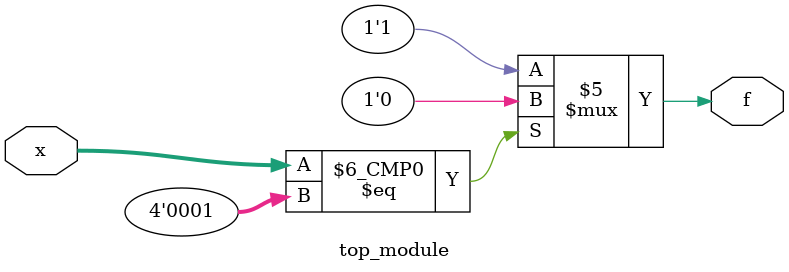
<source format=sv>
module top_module (
	input [4:1] x,
	output logic f
);

    always_comb begin
        case(x)
            4'b0000: f = 1;
            4'b0001: f = 0;
            4'b0011: f = 1;
            4'b0110: f = 1;
            default: f = 1;
        endcase
    end

endmodule

</source>
